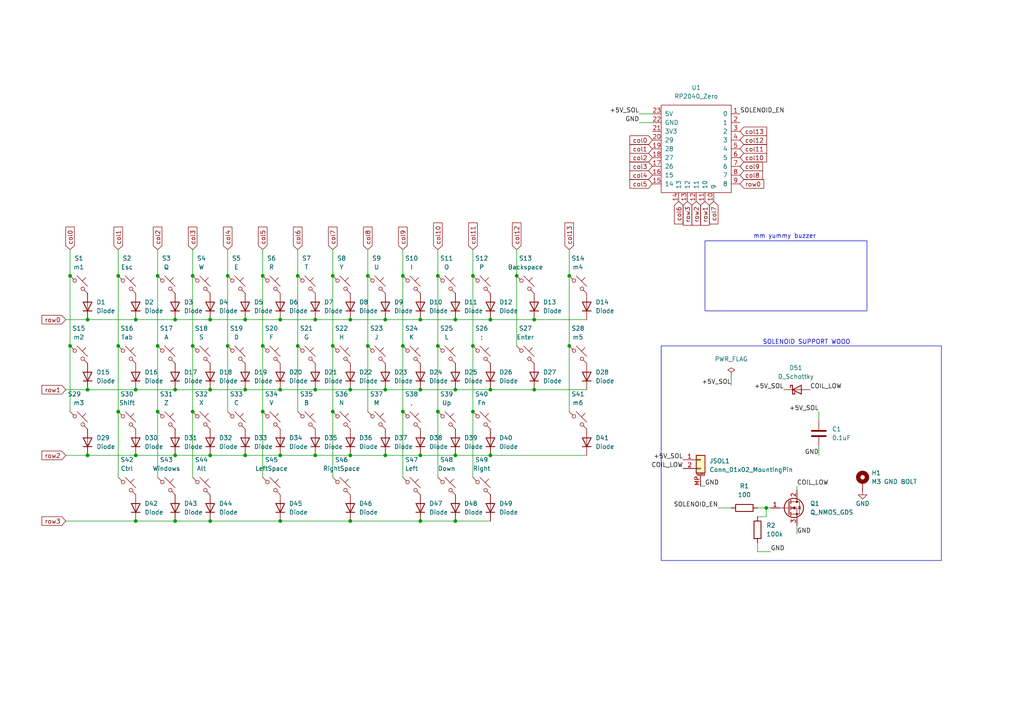
<source format=kicad_sch>
(kicad_sch (version 20250114) (generator "eeschema") (generator_version "9.0")
  (paper "A4")
  (rectangle (start 191.77 100.33) (end 273.05 162.56))
  (rectangle (start 204.47 69.85) (end 251.46 90.17))
  (text "mm yummy buzzer\n" (at 227.584 68.58 0) (effects (font (size 1.27 1.27))))
  (text "SOLENOID SUPPORT WOOO\n" (at 233.934 99.314 0) (effects (font (size 1.27 1.27))))
  (junction (at 45.72 119.38))
  (junction (at 149.86 80.01))
  (junction (at 106.68 100.33))
  (junction (at 121.92 132.08))
  (junction (at 137.16 80.01))
  (junction (at 91.44 113.03))
  (junction (at 81.28 132.08))
  (junction (at 96.52 100.33))
  (junction (at 39.37 92.71))
  (junction (at 132.08 113.03))
  (junction (at 132.08 92.71))
  (junction (at 50.8 113.03))
  (junction (at 116.84 119.38))
  (junction (at 39.37 132.08))
  (junction (at 86.36 100.33))
  (junction (at 154.94 113.03))
  (junction (at 111.76 92.71))
  (junction (at 127 100.33))
  (junction (at 132.08 151.13))
  (junction (at 101.6 113.03))
  (junction (at 111.76 132.08))
  (junction (at 20.32 100.33))
  (junction (at 71.12 92.71))
  (junction (at 34.29 119.38))
  (junction (at 76.2 100.33))
  (junction (at 132.08 132.08))
  (junction (at 55.88 119.38))
  (junction (at 165.1 100.33))
  (junction (at 34.29 80.01))
  (junction (at 50.8 132.08))
  (junction (at 127 119.38))
  (junction (at 45.72 80.01))
  (junction (at 142.24 113.03))
  (junction (at 137.16 119.38))
  (junction (at 121.92 92.71))
  (junction (at 91.44 132.08))
  (junction (at 96.52 119.38))
  (junction (at 76.2 80.01))
  (junction (at 101.6 92.71))
  (junction (at 25.4 113.03))
  (junction (at 55.88 100.33))
  (junction (at 50.8 92.71))
  (junction (at 76.2 119.38))
  (junction (at 154.94 92.71))
  (junction (at 101.6 132.08))
  (junction (at 127 80.01))
  (junction (at 60.96 113.03))
  (junction (at 101.6 151.13))
  (junction (at 137.16 100.33))
  (junction (at 20.32 80.01))
  (junction (at 121.92 151.13))
  (junction (at 91.44 92.71))
  (junction (at 55.88 80.01))
  (junction (at 142.24 132.08))
  (junction (at 66.04 100.33))
  (junction (at 86.36 80.01))
  (junction (at 25.4 92.71))
  (junction (at 60.96 132.08))
  (junction (at 60.96 92.71))
  (junction (at 71.12 113.03))
  (junction (at 60.96 151.13))
  (junction (at 39.37 151.13))
  (junction (at 116.84 80.01))
  (junction (at 45.72 100.33))
  (junction (at 39.37 113.03))
  (junction (at 106.68 80.01))
  (junction (at 121.92 113.03))
  (junction (at 222.25 147.32))
  (junction (at 111.76 113.03))
  (junction (at 81.28 151.13))
  (junction (at 81.28 92.71))
  (junction (at 81.28 113.03))
  (junction (at 66.04 80.01))
  (junction (at 96.52 80.01))
  (junction (at 142.24 92.71))
  (junction (at 25.4 132.08))
  (junction (at 165.1 80.01))
  (junction (at 116.84 100.33))
  (junction (at 50.8 151.13))
  (junction (at 71.12 132.08))
  (junction (at 34.29 100.33))
  (wire (pts (xy 50.8 151.13) (xy 60.96 151.13)))
  (wire (pts (xy 101.6 151.13) (xy 121.92 151.13)))
  (wire (pts (xy 137.16 100.33) (xy 137.16 119.38)))
  (wire (pts (xy 165.1 72.39) (xy 165.1 80.01)))
  (wire (pts (xy 19.05 151.13) (xy 39.37 151.13)))
  (wire (pts (xy 66.04 72.39) (xy 66.04 80.01)))
  (wire (pts (xy 76.2 80.01) (xy 76.2 100.33)))
  (wire (pts (xy 71.12 92.71) (xy 81.28 92.71)))
  (wire (pts (xy 19.05 132.08) (xy 25.4 132.08)))
  (wire (pts (xy 39.37 113.03) (xy 50.8 113.03)))
  (wire (pts (xy 185.42 35.56) (xy 189.23 35.56)))
  (wire (pts (xy 96.52 100.33) (xy 96.52 119.38)))
  (wire (pts (xy 132.08 113.03) (xy 142.24 113.03)))
  (wire (pts (xy 137.16 72.39) (xy 137.16 80.01)))
  (wire (pts (xy 34.29 72.39) (xy 34.29 80.01)))
  (wire (pts (xy 222.25 147.32) (xy 223.52 147.32)))
  (wire (pts (xy 25.4 92.71) (xy 39.37 92.71)))
  (wire (pts (xy 96.52 80.01) (xy 96.52 100.33)))
  (wire (pts (xy 81.28 132.08) (xy 91.44 132.08)))
  (wire (pts (xy 71.12 132.08) (xy 81.28 132.08)))
  (wire (pts (xy 127 80.01) (xy 127 100.33)))
  (wire (pts (xy 237.49 129.54) (xy 237.49 132.08)))
  (wire (pts (xy 45.72 80.01) (xy 45.72 100.33)))
  (wire (pts (xy 116.84 80.01) (xy 116.84 100.33)))
  (wire (pts (xy 101.6 132.08) (xy 111.76 132.08)))
  (wire (pts (xy 132.08 132.08) (xy 142.24 132.08)))
  (wire (pts (xy 34.29 119.38) (xy 34.29 138.43)))
  (wire (pts (xy 219.71 147.32) (xy 222.25 147.32)))
  (wire (pts (xy 212.09 109.22) (xy 212.09 111.76)))
  (wire (pts (xy 208.28 147.32) (xy 212.09 147.32)))
  (wire (pts (xy 34.29 80.01) (xy 34.29 100.33)))
  (wire (pts (xy 101.6 113.03) (xy 111.76 113.03)))
  (wire (pts (xy 91.44 132.08) (xy 101.6 132.08)))
  (wire (pts (xy 127 72.39) (xy 127 80.01)))
  (wire (pts (xy 60.96 92.71) (xy 71.12 92.71)))
  (wire (pts (xy 106.68 100.33) (xy 106.68 119.38)))
  (wire (pts (xy 20.32 80.01) (xy 20.32 100.33)))
  (wire (pts (xy 149.86 80.01) (xy 149.86 100.33)))
  (wire (pts (xy 71.12 113.03) (xy 81.28 113.03)))
  (wire (pts (xy 137.16 80.01) (xy 137.16 100.33)))
  (wire (pts (xy 142.24 132.08) (xy 170.18 132.08)))
  (wire (pts (xy 66.04 100.33) (xy 66.04 119.38)))
  (wire (pts (xy 111.76 92.71) (xy 121.92 92.71)))
  (wire (pts (xy 231.14 154.94) (xy 231.14 152.4)))
  (wire (pts (xy 81.28 113.03) (xy 91.44 113.03)))
  (wire (pts (xy 185.42 33.02) (xy 189.23 33.02)))
  (wire (pts (xy 39.37 132.08) (xy 50.8 132.08)))
  (wire (pts (xy 86.36 100.33) (xy 86.36 119.38)))
  (wire (pts (xy 101.6 92.71) (xy 111.76 92.71)))
  (wire (pts (xy 60.96 113.03) (xy 71.12 113.03)))
  (wire (pts (xy 66.04 80.01) (xy 66.04 100.33)))
  (wire (pts (xy 219.71 149.86) (xy 222.25 149.86)))
  (wire (pts (xy 45.72 119.38) (xy 45.72 138.43)))
  (wire (pts (xy 20.32 72.39) (xy 20.32 80.01)))
  (wire (pts (xy 96.52 72.39) (xy 96.52 80.01)))
  (wire (pts (xy 60.96 132.08) (xy 71.12 132.08)))
  (wire (pts (xy 132.08 151.13) (xy 142.24 151.13)))
  (wire (pts (xy 154.94 113.03) (xy 170.18 113.03)))
  (wire (pts (xy 204.47 140.97) (xy 203.2 140.97)))
  (wire (pts (xy 127 119.38) (xy 127 138.43)))
  (wire (pts (xy 50.8 132.08) (xy 60.96 132.08)))
  (wire (pts (xy 55.88 80.01) (xy 55.88 100.33)))
  (wire (pts (xy 55.88 119.38) (xy 55.88 138.43)))
  (wire (pts (xy 25.4 132.08) (xy 39.37 132.08)))
  (wire (pts (xy 154.94 92.71) (xy 170.18 92.71)))
  (wire (pts (xy 34.29 100.33) (xy 34.29 119.38)))
  (wire (pts (xy 81.28 92.71) (xy 91.44 92.71)))
  (wire (pts (xy 149.86 72.39) (xy 149.86 80.01)))
  (wire (pts (xy 76.2 100.33) (xy 76.2 119.38)))
  (wire (pts (xy 219.71 157.48) (xy 219.71 160.02)))
  (wire (pts (xy 132.08 92.71) (xy 142.24 92.71)))
  (wire (pts (xy 116.84 100.33) (xy 116.84 119.38)))
  (wire (pts (xy 142.24 92.71) (xy 154.94 92.71)))
  (wire (pts (xy 121.92 132.08) (xy 132.08 132.08)))
  (wire (pts (xy 39.37 92.71) (xy 50.8 92.71)))
  (wire (pts (xy 111.76 132.08) (xy 121.92 132.08)))
  (wire (pts (xy 50.8 113.03) (xy 60.96 113.03)))
  (wire (pts (xy 19.05 113.03) (xy 25.4 113.03)))
  (wire (pts (xy 237.49 119.38) (xy 237.49 121.92)))
  (wire (pts (xy 60.96 151.13) (xy 81.28 151.13)))
  (wire (pts (xy 76.2 119.38) (xy 76.2 138.43)))
  (wire (pts (xy 91.44 92.71) (xy 101.6 92.71)))
  (wire (pts (xy 219.71 160.02) (xy 223.52 160.02)))
  (wire (pts (xy 86.36 80.01) (xy 86.36 100.33)))
  (wire (pts (xy 231.14 140.97) (xy 231.14 142.24)))
  (wire (pts (xy 91.44 113.03) (xy 101.6 113.03)))
  (wire (pts (xy 165.1 80.01) (xy 165.1 100.33)))
  (wire (pts (xy 165.1 100.33) (xy 165.1 119.38)))
  (wire (pts (xy 127 100.33) (xy 127 119.38)))
  (wire (pts (xy 39.37 151.13) (xy 50.8 151.13)))
  (wire (pts (xy 121.92 113.03) (xy 132.08 113.03)))
  (wire (pts (xy 25.4 113.03) (xy 39.37 113.03)))
  (wire (pts (xy 45.72 100.33) (xy 45.72 119.38)))
  (wire (pts (xy 50.8 92.71) (xy 60.96 92.71)))
  (wire (pts (xy 45.72 72.39) (xy 45.72 80.01)))
  (wire (pts (xy 106.68 72.39) (xy 106.68 80.01)))
  (wire (pts (xy 121.92 151.13) (xy 132.08 151.13)))
  (wire (pts (xy 121.92 92.71) (xy 132.08 92.71)))
  (wire (pts (xy 116.84 72.39) (xy 116.84 80.01)))
  (wire (pts (xy 222.25 149.86) (xy 222.25 147.32)))
  (wire (pts (xy 19.05 92.71) (xy 25.4 92.71)))
  (wire (pts (xy 111.76 113.03) (xy 121.92 113.03)))
  (wire (pts (xy 86.36 72.39) (xy 86.36 80.01)))
  (wire (pts (xy 116.84 119.38) (xy 116.84 138.43)))
  (wire (pts (xy 55.88 100.33) (xy 55.88 119.38)))
  (wire (pts (xy 76.2 72.39) (xy 76.2 80.01)))
  (wire (pts (xy 142.24 113.03) (xy 154.94 113.03)))
  (wire (pts (xy 20.32 100.33) (xy 20.32 119.38)))
  (wire (pts (xy 55.88 72.39) (xy 55.88 80.01)))
  (wire (pts (xy 137.16 119.38) (xy 137.16 138.43)))
  (wire (pts (xy 81.28 151.13) (xy 101.6 151.13)))
  (wire (pts (xy 96.52 119.38) (xy 96.52 138.43)))
  (wire (pts (xy 106.68 80.01) (xy 106.68 100.33)))
  (label "+5V_SOL" (at 227.33 113.03 180))
  (label "COIL_LOW" (at 234.95 113.03 0))
  (label "COIL_LOW" (at 198.12 135.89 180))
  (label "GND" (at 204.47 140.97 0))
  (label "GND" (at 231.14 154.94 0))
  (label "SOLENOID_EN" (at 208.28 147.32 180))
  (label "+5V_SOL" (at 185.42 33.02 180))
  (label "SOLENOID_EN" (at 214.63 33.02 0))
  (label "+5V_SOL" (at 198.12 133.35 180))
  (label "GND" (at 223.52 160.02 0))
  (label "GND" (at 237.49 132.08 180))
  (label "GND" (at 185.42 35.56 180))
  (label "+5V_SOL" (at 237.49 119.38 180))
  (label "COIL_LOW" (at 231.14 140.97 0))
  (label "+5V_SOL" (at 212.09 111.76 180))
  (global_label "col1" (shape input) (at 189.23 43.18 180) (property "Intersheetrefs" "${INTERSHEET_REFS}" (effects (hide yes))))
  (global_label "row3" (shape input) (at 199.39 58.42 270) (property "Intersheetrefs" "${INTERSHEET_REFS}" (effects (hide yes))))
  (global_label "col0" (shape input) (at 189.23 40.64 180) (property "Intersheetrefs" "${INTERSHEET_REFS}" (effects (hide yes))))
  (global_label "col8" (shape input) (at 106.68 72.39 90) (property "Intersheetrefs" "${INTERSHEET_REFS}" (effects (hide yes))))
  (global_label "col12" (shape input) (at 214.63 40.64 0) (property "Intersheetrefs" "${INTERSHEET_REFS}" (effects (hide yes))))
  (global_label "col4" (shape input) (at 189.23 50.8 180) (property "Intersheetrefs" "${INTERSHEET_REFS}" (effects (hide yes))))
  (global_label "row3" (shape input) (at 19.05 151.13 180) (property "Intersheetrefs" "${INTERSHEET_REFS}" (effects (hide yes))))
  (global_label "col6" (shape input) (at 196.85 58.42 270) (property "Intersheetrefs" "${INTERSHEET_REFS}" (effects (hide yes))))
  (global_label "row0" (shape input) (at 214.63 53.34 0) (property "Intersheetrefs" "${INTERSHEET_REFS}" (effects (hide yes))))
  (global_label "col6" (shape input) (at 86.36 72.39 90) (property "Intersheetrefs" "${INTERSHEET_REFS}" (effects (hide yes))))
  (global_label "col7" (shape input) (at 207.01 58.42 270) (property "Intersheetrefs" "${INTERSHEET_REFS}" (effects (hide yes))))
  (global_label "row0" (shape input) (at 19.05 92.71 180) (property "Intersheetrefs" "${INTERSHEET_REFS}" (effects (hide yes))))
  (global_label "col10" (shape input) (at 214.63 45.72 0) (property "Intersheetrefs" "${INTERSHEET_REFS}" (effects (hide yes))))
  (global_label "col10" (shape input) (at 127 72.39 90) (property "Intersheetrefs" "${INTERSHEET_REFS}" (effects (hide yes))))
  (global_label "col8" (shape input) (at 214.63 50.8 0) (property "Intersheetrefs" "${INTERSHEET_REFS}" (effects (hide yes))))
  (global_label "col13" (shape input) (at 165.1 72.39 90) (property "Intersheetrefs" "${INTERSHEET_REFS}" (effects (hide yes))))
  (global_label "col3" (shape input) (at 55.88 72.39 90) (property "Intersheetrefs" "${INTERSHEET_REFS}" (effects (hide yes))))
  (global_label "col13" (shape input) (at 214.63 38.1 0) (property "Intersheetrefs" "${INTERSHEET_REFS}" (effects (hide yes))))
  (global_label "col9" (shape input) (at 116.84 72.39 90) (property "Intersheetrefs" "${INTERSHEET_REFS}" (effects (hide yes))))
  (global_label "col5" (shape input) (at 189.23 53.34 180) (property "Intersheetrefs" "${INTERSHEET_REFS}" (effects (hide yes))))
  (global_label "col3" (shape input) (at 189.23 48.26 180) (property "Intersheetrefs" "${INTERSHEET_REFS}" (effects (hide yes))))
  (global_label "row2" (shape input) (at 19.05 132.08 180) (property "Intersheetrefs" "${INTERSHEET_REFS}" (effects (hide yes))))
  (global_label "col4" (shape input) (at 66.04 72.39 90) (property "Intersheetrefs" "${INTERSHEET_REFS}" (effects (hide yes))))
  (global_label "col1" (shape input) (at 34.29 72.39 90) (property "Intersheetrefs" "${INTERSHEET_REFS}" (effects (hide yes))))
  (global_label "col0" (shape input) (at 20.32 72.39 90) (property "Intersheetrefs" "${INTERSHEET_REFS}" (effects (hide yes))))
  (global_label "row2" (shape input) (at 201.93 58.42 270) (property "Intersheetrefs" "${INTERSHEET_REFS}" (effects (hide yes))))
  (global_label "col11" (shape input) (at 214.63 43.18 0) (property "Intersheetrefs" "${INTERSHEET_REFS}" (effects (hide yes))))
  (global_label "row1" (shape input) (at 19.05 113.03 180) (property "Intersheetrefs" "${INTERSHEET_REFS}" (effects (hide yes))))
  (global_label "col12" (shape input) (at 149.86 72.39 90) (property "Intersheetrefs" "${INTERSHEET_REFS}" (effects (hide yes))))
  (global_label "col2" (shape input) (at 189.23 45.72 180) (property "Intersheetrefs" "${INTERSHEET_REFS}" (effects (hide yes))))
  (global_label "col5" (shape input) (at 76.2 72.39 90) (property "Intersheetrefs" "${INTERSHEET_REFS}" (effects (hide yes))))
  (global_label "row1" (shape input) (at 204.47 58.42 270) (property "Intersheetrefs" "${INTERSHEET_REFS}" (effects (hide yes))))
  (global_label "col11" (shape input) (at 137.16 72.39 90) (property "Intersheetrefs" "${INTERSHEET_REFS}" (effects (hide yes))))
  (global_label "col7" (shape input) (at 96.52 72.39 90) (property "Intersheetrefs" "${INTERSHEET_REFS}" (effects (hide yes))))
  (global_label "col2" (shape input) (at 45.72 72.39 90) (property "Intersheetrefs" "${INTERSHEET_REFS}" (effects (hide yes))))
  (global_label "col9" (shape input) (at 214.63 48.26 0) (property "Intersheetrefs" "${INTERSHEET_REFS}" (effects (hide yes))))
  (symbol (lib_id "ScottoKeebs:Placeholder_Diode") (at 121.92 128.27 90) (unit 1)
    (property "Reference" "D38" (at 124.46 127 90) (effects (justify right)))
    (property "Value" "Diode" (at 124.46 129.54 90) (effects (justify right)))
    (property "Footprint" "Diode_SMD:D_SOD-123" (effects (hide yes)))
    (property "Description" "1N4148 (DO-35) or 1N4148W (SOD-123)" (effects (hide yes)))
    (property "Sim.Device" "D" (effects (hide yes)))
    (property "Sim.Pins" "1=K 2=A" (effects (hide yes)))
  )
  (symbol (lib_id "ScottoKeebs:Placeholder_Keyswitch") (at 119.38 121.92 0) (unit 1)
    (property "Reference" "S38" (at 119.38 114.3 0))
    (property "Value" "," (at 119.38 116.84 0))
    (property "Footprint" "Button_Switch_Keyboard:SW_Cherry_MX_1.00u_PCB" (effects (hide yes)))
    (property "Description" "Push button switch, normally open, two pins, 45° tilted" (effects (hide yes)))
  )
  (symbol (lib_id "ScottoKeebs:Placeholder_Diode") (at 71.12 128.27 90) (unit 1)
    (property "Reference" "D33" (at 73.66 127 90) (effects (justify right)))
    (property "Value" "Diode" (at 73.66 129.54 90) (effects (justify right)))
    (property "Footprint" "Diode_SMD:D_SOD-123" (effects (hide yes)))
    (property "Description" "1N4148 (DO-35) or 1N4148W (SOD-123)" (effects (hide yes)))
    (property "Sim.Device" "D" (effects (hide yes)))
    (property "Sim.Pins" "1=K 2=A" (effects (hide yes)))
  )
  (symbol (lib_id "ScottoKeebs:Placeholder_Keyswitch") (at 36.83 140.97 0) (unit 1)
    (property "Reference" "S42" (at 36.83 133.35 0))
    (property "Value" "Ctrl" (at 36.83 135.89 0))
    (property "Footprint" "Button_Switch_Keyboard:SW_Cherry_MX_1.00u_PCB" (effects (hide yes)))
    (property "Description" "Push button switch, normally open, two pins, 45° tilted" (effects (hide yes)))
  )
  (symbol (lib_id "ScottoKeebs:Placeholder_Keyswitch") (at 139.7 102.87 0) (unit 1)
    (property "Reference" "S26" (at 139.7 95.25 0))
    (property "Value" ";" (at 139.7 97.79 0))
    (property "Footprint" "Button_Switch_Keyboard:SW_Cherry_MX_1.00u_PCB" (effects (hide yes)))
    (property "Description" "Push button switch, normally open, two pins, 45° tilted" (effects (hide yes)))
  )
  (symbol (lib_id "ScottoKeebs:Placeholder_Diode") (at 25.4 88.9 90) (unit 1)
    (property "Reference" "D1" (at 27.94 87.63 90) (effects (justify right)))
    (property "Value" "Diode" (at 27.94 90.17 90) (effects (justify right)))
    (property "Footprint" "Diode_SMD:D_SOD-123" (effects (hide yes)))
    (property "Description" "1N4148 (DO-35) or 1N4148W (SOD-123)" (effects (hide yes)))
    (property "Sim.Device" "D" (effects (hide yes)))
    (property "Sim.Pins" "1=K 2=A" (effects (hide yes)))
  )
  (symbol (lib_id "ScottoKeebs:Placeholder_Keyswitch") (at 36.83 82.55 0) (unit 1)
    (property "Reference" "S2" (at 36.83 74.93 0))
    (property "Value" "Esc" (at 36.83 77.47 0))
    (property "Footprint" "Button_Switch_Keyboard:SW_Cherry_MX_1.00u_PCB" (effects (hide yes)))
    (property "Description" "Push button switch, normally open, two pins, 45° tilted" (effects (hide yes)))
  )
  (symbol (lib_id "ScottoKeebs:Placeholder_Keyswitch") (at 22.86 121.92 0) (unit 1)
    (property "Reference" "S29" (at 21.59 114.3 0))
    (property "Value" "m3" (at 22.86 116.84 0))
    (property "Footprint" "Button_Switch_Keyboard:SW_Cherry_MX_1.00u_PCB" (effects (hide yes)))
    (property "Description" "Push button switch, normally open, two pins, 45° tilted" (effects (hide yes)))
  )
  (symbol (lib_id "ScottoKeebs:Placeholder_Keyswitch") (at 129.54 102.87 0) (unit 1)
    (property "Reference" "S25" (at 129.54 95.25 0))
    (property "Value" "L" (at 129.54 97.79 0))
    (property "Footprint" "Button_Switch_Keyboard:SW_Cherry_MX_1.00u_PCB" (effects (hide yes)))
    (property "Description" "Push button switch, normally open, two pins, 45° tilted" (effects (hide yes)))
  )
  (symbol (lib_id "ScottoKeebs:Placeholder_Diode") (at 39.37 88.9 90) (unit 1)
    (property "Reference" "D2" (at 41.91 87.63 90) (effects (justify right)))
    (property "Value" "Diode" (at 41.91 90.17 90) (effects (justify right)))
    (property "Footprint" "Diode_SMD:D_SOD-123" (effects (hide yes)))
    (property "Description" "1N4148 (DO-35) or 1N4148W (SOD-123)" (effects (hide yes)))
    (property "Sim.Device" "D" (effects (hide yes)))
    (property "Sim.Pins" "1=K 2=A" (effects (hide yes)))
  )
  (symbol (lib_id "ScottoKeebs:Placeholder_Keyswitch") (at 78.74 102.87 0) (unit 1)
    (property "Reference" "S20" (at 78.74 95.25 0))
    (property "Value" "F" (at 78.74 97.79 0))
    (property "Footprint" "Button_Switch_Keyboard:SW_Cherry_MX_1.00u_PCB" (effects (hide yes)))
    (property "Description" "Push button switch, normally open, two pins, 45° tilted" (effects (hide yes)))
  )
  (symbol (lib_id "ScottoKeebs:Placeholder_Keyswitch") (at 119.38 102.87 0) (unit 1)
    (property "Reference" "S24" (at 119.38 95.25 0))
    (property "Value" "K" (at 119.38 97.79 0))
    (property "Footprint" "Button_Switch_Keyboard:SW_Cherry_MX_1.00u_PCB" (effects (hide yes)))
    (property "Description" "Push button switch, normally open, two pins, 45° tilted" (effects (hide yes)))
  )
  (symbol (lib_id "power:GND") (at 250.19 142.24 0) (unit 1)
    (property "Reference" "#PWR01" (effects (hide yes)))
    (property "Value" "GND" (at 250.19 146.05 0))
    (property "Description" "Power symbol creates a global label with name \"GND\" , ground" (effects (hide yes)))
  )
  (symbol (lib_id "ScottoKeebs:Placeholder_Keyswitch") (at 22.86 102.87 0) (unit 1)
    (property "Reference" "S15" (at 22.86 95.25 0))
    (property "Value" "m2" (at 22.86 97.79 0))
    (property "Footprint" "Button_Switch_Keyboard:SW_Cherry_MX_1.00u_PCB" (effects (hide yes)))
    (property "Description" "Push button switch, normally open, two pins, 45° tilted" (effects (hide yes)))
  )
  (symbol (lib_id "ScottoKeebs:Placeholder_Keyswitch") (at 167.64 82.55 0) (unit 1)
    (property "Reference" "S14" (at 167.64 74.93 0))
    (property "Value" "m4" (at 167.64 77.47 0))
    (property "Footprint" "Button_Switch_Keyboard:SW_Cherry_MX_1.00u_PCB" (effects (hide yes)))
    (property "Description" "Push button switch, normally open, two pins, 45° tilted" (effects (hide yes)))
  )
  (symbol (lib_id "ScottoKeebs:Placeholder_Diode") (at 50.8 109.22 90) (unit 1)
    (property "Reference" "D17" (at 53.34 107.95 90) (effects (justify right)))
    (property "Value" "Diode" (at 53.34 110.49 90) (effects (justify right)))
    (property "Footprint" "Diode_SMD:D_SOD-123" (effects (hide yes)))
    (property "Description" "1N4148 (DO-35) or 1N4148W (SOD-123)" (effects (hide yes)))
    (property "Sim.Device" "D" (effects (hide yes)))
    (property "Sim.Pins" "1=K 2=A" (effects (hide yes)))
  )
  (symbol (lib_id "ScottoKeebs:Placeholder_Diode") (at 154.94 88.9 90) (unit 1)
    (property "Reference" "D13" (at 157.48 87.63 90) (effects (justify right)))
    (property "Value" "Diode" (at 157.48 90.17 90) (effects (justify right)))
    (property "Footprint" "Diode_SMD:D_SOD-123" (effects (hide yes)))
    (property "Description" "1N4148 (DO-35) or 1N4148W (SOD-123)" (effects (hide yes)))
    (property "Sim.Device" "D" (effects (hide yes)))
    (property "Sim.Pins" "1=K 2=A" (effects (hide yes)))
  )
  (symbol (lib_id "ScottoKeebs:Placeholder_Keyswitch") (at 48.26 82.55 0) (unit 1)
    (property "Reference" "S3" (at 48.26 74.93 0))
    (property "Value" "Q" (at 48.26 77.47 0))
    (property "Footprint" "Button_Switch_Keyboard:SW_Cherry_MX_1.00u_PCB" (effects (hide yes)))
    (property "Description" "Push button switch, normally open, two pins, 45° tilted" (effects (hide yes)))
  )
  (symbol (lib_id "ScottoKeebs:Placeholder_Diode") (at 121.92 109.22 90) (unit 1)
    (property "Reference" "D24" (at 124.46 107.95 90) (effects (justify right)))
    (property "Value" "Diode" (at 124.46 110.49 90) (effects (justify right)))
    (property "Footprint" "Diode_SMD:D_SOD-123" (effects (hide yes)))
    (property "Description" "1N4148 (DO-35) or 1N4148W (SOD-123)" (effects (hide yes)))
    (property "Sim.Device" "D" (effects (hide yes)))
    (property "Sim.Pins" "1=K 2=A" (effects (hide yes)))
  )
  (symbol (lib_id "ScottoKeebs:Placeholder_Keyswitch") (at 99.06 82.55 0) (unit 1)
    (property "Reference" "S8" (at 99.06 74.93 0))
    (property "Value" "Y" (at 99.06 77.47 0))
    (property "Footprint" "Button_Switch_Keyboard:SW_Cherry_MX_1.00u_PCB" (effects (hide yes)))
    (property "Description" "Push button switch, normally open, two pins, 45° tilted" (effects (hide yes)))
  )
  (symbol (lib_id "ScottoKeebs:Placeholder_Keyswitch") (at 167.64 121.92 0) (unit 1)
    (property "Reference" "S41" (at 167.64 114.3 0))
    (property "Value" "m6" (at 167.64 116.84 0))
    (property "Footprint" "Button_Switch_Keyboard:SW_Cherry_MX_1.00u_PCB" (effects (hide yes)))
    (property "Description" "Push button switch, normally open, two pins, 45° tilted" (effects (hide yes)))
  )
  (symbol (lib_id "ScottoKeebs:Placeholder_Keyswitch") (at 58.42 140.97 0) (unit 1)
    (property "Reference" "S44" (at 58.42 133.35 0))
    (property "Value" "Alt" (at 58.42 135.89 0))
    (property "Footprint" "Button_Switch_Keyboard:SW_Cherry_MX_1.00u_PCB" (effects (hide yes)))
    (property "Description" "Push button switch, normally open, two pins, 45° tilted" (effects (hide yes)))
  )
  (symbol (lib_id "Transistor_FET:Q_NMOS_GDS") (at 228.6 147.32 0) (unit 1)
    (property "Reference" "Q1" (at 234.95 146.05 0) (effects (justify left)))
    (property "Value" "Q_NMOS_GDS" (at 234.95 148.59 0) (effects (justify left)))
    (property "Footprint" "Package_TO_SOT_THT:TO-220-3_Horizontal_TabDown" (effects (hide yes)))
    (property "Description" "N-MOSFET transistor, gate/drain/source" (effects (hide yes)))
  )
  (symbol (lib_id "ScottoKeebs:Placeholder_Diode") (at 111.76 128.27 90) (unit 1)
    (property "Reference" "D37" (at 114.3 127 90) (effects (justify right)))
    (property "Value" "Diode" (at 114.3 129.54 90) (effects (justify right)))
    (property "Footprint" "Diode_SMD:D_SOD-123" (effects (hide yes)))
    (property "Description" "1N4148 (DO-35) or 1N4148W (SOD-123)" (effects (hide yes)))
    (property "Sim.Device" "D" (effects (hide yes)))
    (property "Sim.Pins" "1=K 2=A" (effects (hide yes)))
  )
  (symbol (lib_id "ScottoKeebs:Placeholder_Diode") (at 60.96 109.22 90) (unit 1)
    (property "Reference" "D18" (at 63.5 107.95 90) (effects (justify right)))
    (property "Value" "Diode" (at 63.5 110.49 90) (effects (justify right)))
    (property "Footprint" "Diode_SMD:D_SOD-123" (effects (hide yes)))
    (property "Description" "1N4148 (DO-35) or 1N4148W (SOD-123)" (effects (hide yes)))
    (property "Sim.Device" "D" (effects (hide yes)))
    (property "Sim.Pins" "1=K 2=A" (effects (hide yes)))
  )
  (symbol (lib_id "ScottoKeebs:Placeholder_Diode") (at 132.08 147.32 90) (unit 1)
    (property "Reference" "D48" (at 134.62 146.05 90) (effects (justify right)))
    (property "Value" "Diode" (at 134.62 148.59 90) (effects (justify right)))
    (property "Footprint" "Diode_SMD:D_SOD-123" (effects (hide yes)))
    (property "Description" "1N4148 (DO-35) or 1N4148W (SOD-123)" (effects (hide yes)))
    (property "Sim.Device" "D" (effects (hide yes)))
    (property "Sim.Pins" "1=K 2=A" (effects (hide yes)))
  )
  (symbol (lib_id "ScottoKeebs:Placeholder_Keyswitch") (at 48.26 121.92 0) (unit 1)
    (property "Reference" "S31" (at 48.26 114.3 0))
    (property "Value" "Z" (at 48.26 116.84 0))
    (property "Footprint" "Button_Switch_Keyboard:SW_Cherry_MX_1.00u_PCB" (effects (hide yes)))
    (property "Description" "Push button switch, normally open, two pins, 45° tilted" (effects (hide yes)))
  )
  (symbol (lib_id "ScottoKeebs:Placeholder_Keyswitch") (at 68.58 82.55 0) (unit 1)
    (property "Reference" "S5" (at 68.58 74.93 0))
    (property "Value" "E" (at 68.58 77.47 0))
    (property "Footprint" "Button_Switch_Keyboard:SW_Cherry_MX_1.00u_PCB" (effects (hide yes)))
    (property "Description" "Push button switch, normally open, two pins, 45° tilted" (effects (hide yes)))
  )
  (symbol (lib_id "ScottoKeebs:Placeholder_Diode") (at 154.94 109.22 90) (unit 1)
    (property "Reference" "D27" (at 157.48 107.95 90) (effects (justify right)))
    (property "Value" "Diode" (at 157.48 110.49 90) (effects (justify right)))
    (property "Footprint" "Diode_SMD:D_SOD-123" (effects (hide yes)))
    (property "Description" "1N4148 (DO-35) or 1N4148W (SOD-123)" (effects (hide yes)))
    (property "Sim.Device" "D" (effects (hide yes)))
    (property "Sim.Pins" "1=K 2=A" (effects (hide yes)))
  )
  (symbol (lib_id "ScottoKeebs:Placeholder_Diode") (at 91.44 88.9 90) (unit 1)
    (property "Reference" "D7" (at 93.98 87.63 90) (effects (justify right)))
    (property "Value" "Diode" (at 93.98 90.17 90) (effects (justify right)))
    (property "Footprint" "Diode_SMD:D_SOD-123" (effects (hide yes)))
    (property "Description" "1N4148 (DO-35) or 1N4148W (SOD-123)" (effects (hide yes)))
    (property "Sim.Device" "D" (effects (hide yes)))
    (property "Sim.Pins" "1=K 2=A" (effects (hide yes)))
  )
  (symbol (lib_id "ScottoKeebs:Placeholder_Diode") (at 142.24 109.22 90) (unit 1)
    (property "Reference" "D26" (at 144.78 107.95 90) (effects (justify right)))
    (property "Value" "Diode" (at 144.78 110.49 90) (effects (justify right)))
    (property "Footprint" "Diode_SMD:D_SOD-123" (effects (hide yes)))
    (property "Description" "1N4148 (DO-35) or 1N4148W (SOD-123)" (effects (hide yes)))
    (property "Sim.Device" "D" (effects (hide yes)))
    (property "Sim.Pins" "1=K 2=A" (effects (hide yes)))
  )
  (symbol (lib_id "ScottoKeebs:Placeholder_Keyswitch") (at 58.42 82.55 0) (unit 1)
    (property "Reference" "S4" (at 58.42 74.93 0))
    (property "Value" "W" (at 58.42 77.47 0))
    (property "Footprint" "Button_Switch_Keyboard:SW_Cherry_MX_1.00u_PCB" (effects (hide yes)))
    (property "Description" "Push button switch, normally open, two pins, 45° tilted" (effects (hide yes)))
  )
  (symbol (lib_id "Connector_Generic_MountingPin:Conn_01x02_MountingPin") (at 203.2 133.35 0) (unit 1)
    (property "Reference" "JSOL1" (at 205.74 133.7056 0) (effects (justify left)))
    (property "Value" "Conn_01x02_MountingPin" (at 205.74 136.2456 0) (effects (justify left)))
    (property "Description" "Generic connectable mounting pin connector, single row, 01x02, script generated (kicad-library-utils/schlib/autogen/connector/)" (effects (hide yes)))
  )
  (symbol (lib_id "ScottoKeebs:Placeholder_Keyswitch") (at 129.54 82.55 0) (unit 1)
    (property "Reference" "S11" (at 129.54 74.93 0))
    (property "Value" "O" (at 129.54 77.47 0))
    (property "Footprint" "Button_Switch_Keyboard:SW_Cherry_MX_1.00u_PCB" (effects (hide yes)))
    (property "Description" "Push button switch, normally open, two pins, 45° tilted" (effects (hide yes)))
  )
  (symbol (lib_id "ScottoKeebs:Placeholder_Diode") (at 39.37 128.27 90) (unit 1)
    (property "Reference" "D30" (at 41.91 127 90) (effects (justify right)))
    (property "Value" "Diode" (at 41.91 129.54 90) (effects (justify right)))
    (property "Footprint" "Diode_SMD:D_SOD-123" (effects (hide yes)))
    (property "Description" "1N4148 (DO-35) or 1N4148W (SOD-123)" (effects (hide yes)))
    (property "Sim.Device" "D" (effects (hide yes)))
    (property "Sim.Pins" "1=K 2=A" (effects (hide yes)))
  )
  (symbol (lib_id "ScottoKeebs:Placeholder_Keyswitch") (at 68.58 121.92 0) (unit 1)
    (property "Reference" "S33" (at 68.58 114.3 0))
    (property "Value" "C" (at 68.58 116.84 0))
    (property "Footprint" "Button_Switch_Keyboard:SW_Cherry_MX_1.00u_PCB" (effects (hide yes)))
    (property "Description" "Push button switch, normally open, two pins, 45° tilted" (effects (hide yes)))
  )
  (symbol (lib_id "ScottoKeebs:Placeholder_Diode") (at 132.08 109.22 90) (unit 1)
    (property "Reference" "D25" (at 134.62 107.95 90) (effects (justify right)))
    (property "Value" "Diode" (at 134.62 110.49 90) (effects (justify right)))
    (property "Footprint" "Diode_SMD:D_SOD-123" (effects (hide yes)))
    (property "Description" "1N4148 (DO-35) or 1N4148W (SOD-123)" (effects (hide yes)))
    (property "Sim.Device" "D" (effects (hide yes)))
    (property "Sim.Pins" "1=K 2=A" (effects (hide yes)))
  )
  (symbol (lib_id "Device:C") (at 237.49 125.73 180) (unit 1)
    (property "Reference" "C1" (at 241.3 124.46 0) (effects (justify right)))
    (property "Value" "0.1uF" (at 241.3 127 0) (effects (justify right)))
    (property "Footprint" "Capacitor_SMD:C_0805_2012Metric" (effects (hide yes)))
    (property "Description" "Unpolarized capacitor" (effects (hide yes)))
  )
  (symbol (lib_id "ScottoKeebs:Placeholder_Keyswitch") (at 119.38 140.97 0) (unit 1)
    (property "Reference" "S47" (at 119.38 133.35 0))
    (property "Value" "Left" (at 119.38 135.89 0))
    (property "Footprint" "Button_Switch_Keyboard:SW_Cherry_MX_1.00u_PCB" (effects (hide yes)))
    (property "Description" "Push button switch, normally open, two pins, 45° tilted" (effects (hide yes)))
  )
  (symbol (lib_id "ScottoKeebs:Placeholder_Keyswitch") (at 58.42 121.92 0) (unit 1)
    (property "Reference" "S32" (at 58.42 114.3 0))
    (property "Value" "X" (at 58.42 116.84 0))
    (property "Footprint" "Button_Switch_Keyboard:SW_Cherry_MX_1.00u_PCB" (effects (hide yes)))
    (property "Description" "Push button switch, normally open, two pins, 45° tilted" (effects (hide yes)))
  )
  (symbol (lib_id "ScottoKeebs:Placeholder_Diode") (at 111.76 88.9 90) (unit 1)
    (property "Reference" "D9" (at 114.3 87.63 90) (effects (justify right)))
    (property "Value" "Diode" (at 114.3 90.17 90) (effects (justify right)))
    (property "Footprint" "Diode_SMD:D_SOD-123" (effects (hide yes)))
    (property "Description" "1N4148 (DO-35) or 1N4148W (SOD-123)" (effects (hide yes)))
    (property "Sim.Device" "D" (effects (hide yes)))
    (property "Sim.Pins" "1=K 2=A" (effects (hide yes)))
  )
  (symbol (lib_id "ScottoKeebs:Placeholder_Keyswitch") (at 68.58 102.87 0) (unit 1)
    (property "Reference" "S19" (at 68.58 95.25 0))
    (property "Value" "D" (at 68.58 97.79 0))
    (property "Footprint" "Button_Switch_Keyboard:SW_Cherry_MX_1.00u_PCB" (effects (hide yes)))
    (property "Description" "Push button switch, normally open, two pins, 45° tilted" (effects (hide yes)))
  )
  (symbol (lib_id "ScottoKeebs:Placeholder_Keyswitch") (at 88.9 102.87 0) (unit 1)
    (property "Reference" "S21" (at 88.9 95.25 0))
    (property "Value" "G" (at 88.9 97.79 0))
    (property "Footprint" "Button_Switch_Keyboard:SW_Cherry_MX_1.00u_PCB" (effects (hide yes)))
    (property "Description" "Push button switch, normally open, two pins, 45° tilted" (effects (hide yes)))
  )
  (symbol (lib_id "ScottoKeebs:Placeholder_Keyswitch") (at 109.22 121.92 0) (unit 1)
    (property "Reference" "S37" (at 109.22 114.3 0))
    (property "Value" "M" (at 109.22 116.84 0))
    (property "Footprint" "Button_Switch_Keyboard:SW_Cherry_MX_1.00u_PCB" (effects (hide yes)))
    (property "Description" "Push button switch, normally open, two pins, 45° tilted" (effects (hide yes)))
  )
  (symbol (lib_id "ScottoKeebs:Placeholder_Keyswitch") (at 48.26 140.97 0) (unit 1)
    (property "Reference" "S43" (at 48.26 133.35 0))
    (property "Value" "Windows" (at 48.26 135.89 0))
    (property "Footprint" "Button_Switch_Keyboard:SW_Cherry_MX_1.00u_PCB" (effects (hide yes)))
    (property "Description" "Push button switch, normally open, two pins, 45° tilted" (effects (hide yes)))
  )
  (symbol (lib_id "ScottoKeebs:Placeholder_Diode") (at 39.37 147.32 90) (unit 1)
    (property "Reference" "D42" (at 41.91 146.05 90) (effects (justify right)))
    (property "Value" "Diode" (at 41.91 148.59 90) (effects (justify right)))
    (property "Footprint" "Diode_SMD:D_SOD-123" (effects (hide yes)))
    (property "Description" "1N4148 (DO-35) or 1N4148W (SOD-123)" (effects (hide yes)))
    (property "Sim.Device" "D" (effects (hide yes)))
    (property "Sim.Pins" "1=K 2=A" (effects (hide yes)))
  )
  (symbol (lib_id "ScottoKeebs:Placeholder_Diode") (at 101.6 128.27 90) (unit 1)
    (property "Reference" "D36" (at 104.14 127 90) (effects (justify right)))
    (property "Value" "Diode" (at 104.14 129.54 90) (effects (justify right)))
    (property "Footprint" "Diode_SMD:D_SOD-123" (effects (hide yes)))
    (property "Description" "1N4148 (DO-35) or 1N4148W (SOD-123)" (effects (hide yes)))
    (property "Sim.Device" "D" (effects (hide yes)))
    (property "Sim.Pins" "1=K 2=A" (effects (hide yes)))
  )
  (symbol (lib_id "ScottoKeebs:Placeholder_Keyswitch") (at 119.38 82.55 0) (unit 1)
    (property "Reference" "S10" (at 119.38 74.93 0))
    (property "Value" "I" (at 119.38 77.47 0))
    (property "Footprint" "Button_Switch_Keyboard:SW_Cherry_MX_1.00u_PCB" (effects (hide yes)))
    (property "Description" "Push button switch, normally open, two pins, 45° tilted" (effects (hide yes)))
  )
  (symbol (lib_id "ScottoKeebs:Placeholder_Diode") (at 25.4 128.27 90) (unit 1)
    (property "Reference" "D29" (at 27.94 127 90) (effects (justify right)))
    (property "Value" "Diode" (at 27.94 129.54 90) (effects (justify right)))
    (property "Footprint" "Diode_SMD:D_SOD-123" (effects (hide yes)))
    (property "Description" "1N4148 (DO-35) or 1N4148W (SOD-123)" (effects (hide yes)))
    (property "Sim.Device" "D" (effects (hide yes)))
    (property "Sim.Pins" "1=K 2=A" (effects (hide yes)))
  )
  (symbol (lib_id "ScottoKeebs:Placeholder_Diode") (at 60.96 147.32 90) (unit 1)
    (property "Reference" "D44" (at 63.5 146.05 90) (effects (justify right)))
    (property "Value" "Diode" (at 63.5 148.59 90) (effects (justify right)))
    (property "Footprint" "Diode_SMD:D_SOD-123" (effects (hide yes)))
    (property "Description" "1N4148 (DO-35) or 1N4148W (SOD-123)" (effects (hide yes)))
    (property "Sim.Device" "D" (effects (hide yes)))
    (property "Sim.Pins" "1=K 2=A" (effects (hide yes)))
  )
  (symbol (lib_id "ScottoKeebs:Placeholder_Keyswitch") (at 109.22 102.87 0) (unit 1)
    (property "Reference" "S23" (at 109.22 95.25 0))
    (property "Value" "J" (at 109.22 97.79 0))
    (property "Footprint" "Button_Switch_Keyboard:SW_Cherry_MX_1.00u_PCB" (effects (hide yes)))
    (property "Description" "Push button switch, normally open, two pins, 45° tilted" (effects (hide yes)))
  )
  (symbol (lib_id "ScottoKeebs:Placeholder_Diode") (at 142.24 128.27 90) (unit 1)
    (property "Reference" "D40" (at 144.78 127 90) (effects (justify right)))
    (property "Value" "Diode" (at 144.78 129.54 90) (effects (justify right)))
    (property "Footprint" "Diode_SMD:D_SOD-123" (effects (hide yes)))
    (property "Description" "1N4148 (DO-35) or 1N4148W (SOD-123)" (effects (hide yes)))
    (property "Sim.Device" "D" (effects (hide yes)))
    (property "Sim.Pins" "1=K 2=A" (effects (hide yes)))
  )
  (symbol (lib_id "ScottoKeebs:Placeholder_Keyswitch") (at 167.64 102.87 0) (unit 1)
    (property "Reference" "S28" (at 167.64 95.25 0))
    (property "Value" "m5" (at 167.64 97.79 0))
    (property "Footprint" "Button_Switch_Keyboard:SW_Cherry_MX_1.00u_PCB" (effects (hide yes)))
    (property "Description" "Push button switch, normally open, two pins, 45° tilted" (effects (hide yes)))
  )
  (symbol (lib_id "ScottoKeebs:Placeholder_Diode") (at 50.8 128.27 90) (unit 1)
    (property "Reference" "D31" (at 53.34 127 90) (effects (justify right)))
    (property "Value" "Diode" (at 53.34 129.54 90) (effects (justify right)))
    (property "Footprint" "Diode_SMD:D_SOD-123" (effects (hide yes)))
    (property "Description" "1N4148 (DO-35) or 1N4148W (SOD-123)" (effects (hide yes)))
    (property "Sim.Device" "D" (effects (hide yes)))
    (property "Sim.Pins" "1=K 2=A" (effects (hide yes)))
  )
  (symbol (lib_id "ScottoKeebs:Placeholder_Diode") (at 91.44 128.27 90) (unit 1)
    (property "Reference" "D35" (at 93.98 127 90) (effects (justify right)))
    (property "Value" "Diode" (at 93.98 129.54 90) (effects (justify right)))
    (property "Footprint" "Diode_SMD:D_SOD-123" (effects (hide yes)))
    (property "Description" "1N4148 (DO-35) or 1N4148W (SOD-123)" (effects (hide yes)))
    (property "Sim.Device" "D" (effects (hide yes)))
    (property "Sim.Pins" "1=K 2=A" (effects (hide yes)))
  )
  (symbol (lib_id "ScottoKeebs:Placeholder_Diode") (at 60.96 88.9 90) (unit 1)
    (property "Reference" "D4" (at 63.5 87.63 90) (effects (justify right)))
    (property "Value" "Diode" (at 63.5 90.17 90) (effects (justify right)))
    (property "Footprint" "Diode_SMD:D_SOD-123" (effects (hide yes)))
    (property "Description" "1N4148 (DO-35) or 1N4148W (SOD-123)" (effects (hide yes)))
    (property "Sim.Device" "D" (effects (hide yes)))
    (property "Sim.Pins" "1=K 2=A" (effects (hide yes)))
  )
  (symbol (lib_id "ScottoKeebs:Placeholder_Diode") (at 101.6 109.22 90) (unit 1)
    (property "Reference" "D22" (at 104.14 107.95 90) (effects (justify right)))
    (property "Value" "Diode" (at 104.14 110.49 90) (effects (justify right)))
    (property "Footprint" "Diode_SMD:D_SOD-123" (effects (hide yes)))
    (property "Description" "1N4148 (DO-35) or 1N4148W (SOD-123)" (effects (hide yes)))
    (property "Sim.Device" "D" (effects (hide yes)))
    (property "Sim.Pins" "1=K 2=A" (effects (hide yes)))
  )
  (symbol (lib_id "ScottoKeebs:Placeholder_Keyswitch") (at 99.06 140.97 0) (unit 1)
    (property "Reference" "S46" (at 99.06 133.35 0))
    (property "Value" "RightSpace" (at 99.06 135.89 0))
    (property "Footprint" "Button_Switch_Keyboard:SW_Cherry_MX_2.75u_PCB" (effects (hide yes)))
    (property "Description" "Push button switch, normally open, two pins, 45° tilted" (effects (hide yes)))
  )
  (symbol (lib_id "Device:D_Schottky") (at 231.14 113.03 0) (unit 1)
    (property "Reference" "D51" (at 230.8225 106.68 0))
    (property "Value" "D_Schottky" (at 230.8225 109.22 0))
    (property "Footprint" "Diode_SMD:D_SOD-123" (effects (hide yes)))
    (property "Description" "Schottky diode" (effects (hide yes)))
  )
  (symbol (lib_id "ScottoKeebs:Placeholder_Diode") (at 101.6 88.9 90) (unit 1)
    (property "Reference" "D8" (at 104.14 87.63 90) (effects (justify right)))
    (property "Value" "Diode" (at 104.14 90.17 90) (effects (justify right)))
    (property "Footprint" "Diode_SMD:D_SOD-123" (effects (hide yes)))
    (property "Description" "1N4148 (DO-35) or 1N4148W (SOD-123)" (effects (hide yes)))
    (property "Sim.Device" "D" (effects (hide yes)))
    (property "Sim.Pins" "1=K 2=A" (effects (hide yes)))
  )
  (symbol (lib_id "ScottoKeebs:MCU_RP2040_Zero") (at 201.93 41.91 0) (unit 1)
    (property "Reference" "U1" (at 201.93 25.4 0))
    (property "Value" "RP2040_Zero" (at 201.93 27.94 0))
    (property "Footprint" "ScottoKeebs_MCU:RP2040_Zero" (effects (hide yes)))
  )
  (symbol (lib_id "ScottoKeebs:Placeholder_Keyswitch") (at 78.74 121.92 0) (unit 1)
    (property "Reference" "S34" (at 78.74 114.3 0))
    (property "Value" "V" (at 78.74 116.84 0))
    (property "Footprint" "Button_Switch_Keyboard:SW_Cherry_MX_1.00u_PCB" (effects (hide yes)))
    (property "Description" "Push button switch, normally open, two pins, 45° tilted" (effects (hide yes)))
  )
  (symbol (lib_id "ScottoKeebs:Placeholder_Diode") (at 39.37 109.22 90) (unit 1)
    (property "Reference" "D16" (at 41.91 107.95 90) (effects (justify right)))
    (property "Value" "Diode" (at 41.91 110.49 90) (effects (justify right)))
    (property "Footprint" "Diode_SMD:D_SOD-123" (effects (hide yes)))
    (property "Description" "1N4148 (DO-35) or 1N4148W (SOD-123)" (effects (hide yes)))
    (property "Sim.Device" "D" (effects (hide yes)))
    (property "Sim.Pins" "1=K 2=A" (effects (hide yes)))
  )
  (symbol (lib_id "ScottoKeebs:Placeholder_Diode") (at 25.4 109.22 90) (unit 1)
    (property "Reference" "D15" (at 27.94 107.95 90) (effects (justify right)))
    (property "Value" "Diode" (at 27.94 110.49 90) (effects (justify right)))
    (property "Footprint" "Diode_SMD:D_SOD-123" (effects (hide yes)))
    (property "Description" "1N4148 (DO-35) or 1N4148W (SOD-123)" (effects (hide yes)))
    (property "Sim.Device" "D" (effects (hide yes)))
    (property "Sim.Pins" "1=K 2=A" (effects (hide yes)))
  )
  (symbol (lib_id "power:PWR_FLAG") (at 212.09 109.22 0) (unit 1)
    (property "Reference" "#FLG01" (effects (hide yes)))
    (property "Value" "PWR_FLAG" (at 212.09 104.14 0))
    (property "Description" "Special symbol for telling ERC where power comes from" (effects (hide yes)))
  )
  (symbol (lib_id "ScottoKeebs:Placeholder_Diode") (at 170.18 128.27 90) (unit 1)
    (property "Reference" "D41" (at 172.72 127 90) (effects (justify right)))
    (property "Value" "Diode" (at 172.72 129.54 90) (effects (justify right)))
    (property "Footprint" "Diode_SMD:D_SOD-123" (effects (hide yes)))
    (property "Description" "1N4148 (DO-35) or 1N4148W (SOD-123)" (effects (hide yes)))
    (property "Sim.Device" "D" (effects (hide yes)))
    (property "Sim.Pins" "1=K 2=A" (effects (hide yes)))
  )
  (symbol (lib_id "ScottoKeebs:Placeholder_Keyswitch") (at 129.54 121.92 0) (unit 1)
    (property "Reference" "S39" (at 129.54 114.3 0))
    (property "Value" "Up" (at 129.54 116.84 0))
    (property "Footprint" "Button_Switch_Keyboard:SW_Cherry_MX_1.00u_PCB" (effects (hide yes)))
    (property "Description" "Push button switch, normally open, two pins, 45° tilted" (effects (hide yes)))
  )
  (symbol (lib_id "ScottoKeebs:Placeholder_Keyswitch") (at 139.7 82.55 0) (unit 1)
    (property "Reference" "S12" (at 139.7 74.93 0))
    (property "Value" "P" (at 139.7 77.47 0))
    (property "Footprint" "Button_Switch_Keyboard:SW_Cherry_MX_1.00u_PCB" (effects (hide yes)))
    (property "Description" "Push button switch, normally open, two pins, 45° tilted" (effects (hide yes)))
  )
  (symbol (lib_id "ScottoKeebs:Placeholder_Diode") (at 101.6 147.32 90) (unit 1)
    (property "Reference" "D46" (at 104.14 146.05 90) (effects (justify right)))
    (property "Value" "Diode" (at 104.14 148.59 90) (effects (justify right)))
    (property "Footprint" "Diode_SMD:D_SOD-123" (effects (hide yes)))
    (property "Description" "1N4148 (DO-35) or 1N4148W (SOD-123)" (effects (hide yes)))
    (property "Sim.Device" "D" (effects (hide yes)))
    (property "Sim.Pins" "1=K 2=A" (effects (hide yes)))
  )
  (symbol (lib_id "ScottoKeebs:Placeholder_Keyswitch") (at 58.42 102.87 0) (unit 1)
    (property "Reference" "S18" (at 58.42 95.25 0))
    (property "Value" "S" (at 58.42 97.79 0))
    (property "Footprint" "Button_Switch_Keyboard:SW_Cherry_MX_1.00u_PCB" (effects (hide yes)))
    (property "Description" "Push button switch, normally open, two pins, 45° tilted" (effects (hide yes)))
  )
  (symbol (lib_id "ScottoKeebs:Placeholder_Diode") (at 111.76 109.22 90) (unit 1)
    (property "Reference" "D23" (at 114.3 107.95 90) (effects (justify right)))
    (property "Value" "Diode" (at 114.3 110.49 90) (effects (justify right)))
    (property "Footprint" "Diode_SMD:D_SOD-123" (effects (hide yes)))
    (property "Description" "1N4148 (DO-35) or 1N4148W (SOD-123)" (effects (hide yes)))
    (property "Sim.Device" "D" (effects (hide yes)))
    (property "Sim.Pins" "1=K 2=A" (effects (hide yes)))
  )
  (symbol (lib_id "ScottoKeebs:Placeholder_Keyswitch") (at 48.26 102.87 0) (unit 1)
    (property "Reference" "S17" (at 48.26 95.25 0))
    (property "Value" "A" (at 48.26 97.79 0))
    (property "Footprint" "Button_Switch_Keyboard:SW_Cherry_MX_1.00u_PCB" (effects (hide yes)))
    (property "Description" "Push button switch, normally open, two pins, 45° tilted" (effects (hide yes)))
  )
  (symbol (lib_id "ScottoKeebs:Placeholder_Keyswitch") (at 152.4 102.87 0) (unit 1)
    (property "Reference" "S27" (at 152.4 95.25 0))
    (property "Value" "Enter" (at 152.4 97.79 0))
    (property "Footprint" "Button_Switch_Keyboard:SW_Cherry_MX_1.25u_PCB" (effects (hide yes)))
    (property "Description" "Push button switch, normally open, two pins, 45° tilted" (effects (hide yes)))
  )
  (symbol (lib_id "ScottoKeebs:Placeholder_Diode") (at 71.12 109.22 90) (unit 1)
    (property "Reference" "D19" (at 73.66 107.95 90) (effects (justify right)))
    (property "Value" "Diode" (at 73.66 110.49 90) (effects (justify right)))
    (property "Footprint" "Diode_SMD:D_SOD-123" (effects (hide yes)))
    (property "Description" "1N4148 (DO-35) or 1N4148W (SOD-123)" (effects (hide yes)))
    (property "Sim.Device" "D" (effects (hide yes)))
    (property "Sim.Pins" "1=K 2=A" (effects (hide yes)))
  )
  (symbol (lib_id "ScottoKeebs:Placeholder_Keyswitch") (at 36.83 102.87 0) (unit 1)
    (property "Reference" "S16" (at 36.83 95.25 0))
    (property "Value" "Tab" (at 36.83 97.79 0))
    (property "Footprint" "Button_Switch_Keyboard:SW_Cherry_MX_1.25u_PCB" (effects (hide yes)))
    (property "Description" "Push button switch, normally open, two pins, 45° tilted" (effects (hide yes)))
  )
  (symbol (lib_id "ScottoKeebs:Placeholder_Diode") (at 50.8 147.32 90) (unit 1)
    (property "Reference" "D43" (at 53.34 146.05 90) (effects (justify right)))
    (property "Value" "Diode" (at 53.34 148.59 90) (effects (justify right)))
    (property "Footprint" "Diode_SMD:D_SOD-123" (effects (hide yes)))
    (property "Description" "1N4148 (DO-35) or 1N4148W (SOD-123)" (effects (hide yes)))
    (property "Sim.Device" "D" (effects (hide yes)))
    (property "Sim.Pins" "1=K 2=A" (effects (hide yes)))
  )
  (symbol (lib_id "ScottoKeebs:Placeholder_Diode") (at 60.96 128.27 90) (unit 1)
    (property "Reference" "D32" (at 63.5 127 90) (effects (justify right)))
    (property "Value" "Diode" (at 63.5 129.54 90) (effects (justify right)))
    (property "Footprint" "Diode_SMD:D_SOD-123" (effects (hide yes)))
    (property "Description" "1N4148 (DO-35) or 1N4148W (SOD-123)" (effects (hide yes)))
    (property "Sim.Device" "D" (effects (hide yes)))
    (property "Sim.Pins" "1=K 2=A" (effects (hide yes)))
  )
  (symbol (lib_id "ScottoKeebs:Placeholder_Diode") (at 170.18 109.22 90) (unit 1)
    (property "Reference" "D28" (at 172.72 107.95 90) (effects (justify right)))
    (property "Value" "Diode" (at 172.72 110.49 90) (effects (justify right)))
    (property "Footprint" "Diode_SMD:D_SOD-123" (effects (hide yes)))
    (property "Description" "1N4148 (DO-35) or 1N4148W (SOD-123)" (effects (hide yes)))
    (property "Sim.Device" "D" (effects (hide yes)))
    (property "Sim.Pins" "1=K 2=A" (effects (hide yes)))
  )
  (symbol (lib_id "ScottoKeebs:Placeholder_Diode") (at 132.08 128.27 90) (unit 1)
    (property "Reference" "D39" (at 134.62 127 90) (effects (justify right)))
    (property "Value" "Diode" (at 134.62 129.54 90) (effects (justify right)))
    (property "Footprint" "Diode_SMD:D_SOD-123" (effects (hide yes)))
    (property "Description" "1N4148 (DO-35) or 1N4148W (SOD-123)" (effects (hide yes)))
    (property "Sim.Device" "D" (effects (hide yes)))
    (property "Sim.Pins" "1=K 2=A" (effects (hide yes)))
  )
  (symbol (lib_id "ScottoKeebs:Placeholder_Diode") (at 81.28 128.27 90) (unit 1)
    (property "Reference" "D34" (at 83.82 127 90) (effects (justify right)))
    (property "Value" "Diode" (at 83.82 129.54 90) (effects (justify right)))
    (property "Footprint" "Diode_SMD:D_SOD-123" (effects (hide yes)))
    (property "Description" "1N4148 (DO-35) or 1N4148W (SOD-123)" (effects (hide yes)))
    (property "Sim.Device" "D" (effects (hide yes)))
    (property "Sim.Pins" "1=K 2=A" (effects (hide yes)))
  )
  (symbol (lib_id "ScottoKeebs:Placeholder_Diode") (at 91.44 109.22 90) (unit 1)
    (property "Reference" "D21" (at 93.98 107.95 90) (effects (justify right)))
    (property "Value" "Diode" (at 93.98 110.49 90) (effects (justify right)))
    (property "Footprint" "Diode_SMD:D_SOD-123" (effects (hide yes)))
    (property "Description" "1N4148 (DO-35) or 1N4148W (SOD-123)" (effects (hide yes)))
    (property "Sim.Device" "D" (effects (hide yes)))
    (property "Sim.Pins" "1=K 2=A" (effects (hide yes)))
  )
  (symbol (lib_id "Device:R") (at 219.71 153.67 0) (unit 1)
    (property "Reference" "R2" (at 222.25 152.4 0) (effects (justify left)))
    (property "Value" "100k" (at 222.25 154.94 0) (effects (justify left)))
    (property "Footprint" "Resistor_SMD:R_0805_2012Metric" (effects (hide yes)))
    (property "Description" "Resistor" (effects (hide yes)))
  )
  (symbol (lib_id "ScottoKeebs:Placeholder_Diode") (at 121.92 147.32 90) (unit 1)
    (property "Reference" "D47" (at 124.46 146.05 90) (effects (justify right)))
    (property "Value" "Diode" (at 124.46 148.59 90) (effects (justify right)))
    (property "Footprint" "Diode_SMD:D_SOD-123" (effects (hide yes)))
    (property "Description" "1N4148 (DO-35) or 1N4148W (SOD-123)" (effects (hide yes)))
    (property "Sim.Device" "D" (effects (hide yes)))
    (property "Sim.Pins" "1=K 2=A" (effects (hide yes)))
  )
  (symbol (lib_id "ScottoKeebs:Placeholder_Keyswitch") (at 78.74 140.97 0) (unit 1)
    (property "Reference" "S45" (at 78.74 133.35 0))
    (property "Value" "LeftSpace" (at 78.74 135.89 0))
    (property "Footprint" "Button_Switch_Keyboard:SW_Cherry_MX_2.25u_PCB" (effects (hide yes)))
    (property "Description" "Push button switch, normally open, two pins, 45° tilted" (effects (hide yes)))
  )
  (symbol (lib_id "ScottoKeebs:Placeholder_Diode") (at 81.28 88.9 90) (unit 1)
    (property "Reference" "D6" (at 83.82 87.63 90) (effects (justify right)))
    (property "Value" "Diode" (at 83.82 90.17 90) (effects (justify right)))
    (property "Footprint" "Diode_SMD:D_SOD-123" (effects (hide yes)))
    (property "Description" "1N4148 (DO-35) or 1N4148W (SOD-123)" (effects (hide yes)))
    (property "Sim.Device" "D" (effects (hide yes)))
    (property "Sim.Pins" "1=K 2=A" (effects (hide yes)))
  )
  (symbol (lib_id "ScottoKeebs:Placeholder_Diode") (at 142.24 147.32 90) (unit 1)
    (property "Reference" "D49" (at 144.78 146.05 90) (effects (justify right)))
    (property "Value" "Diode" (at 144.78 148.59 90) (effects (justify right)))
    (property "Footprint" "Diode_SMD:D_SOD-123" (effects (hide yes)))
    (property "Description" "1N4148 (DO-35) or 1N4148W (SOD-123)" (effects (hide yes)))
    (property "Sim.Device" "D" (effects (hide yes)))
    (property "Sim.Pins" "1=K 2=A" (effects (hide yes)))
  )
  (symbol (lib_id "ScottoKeebs:Placeholder_Diode") (at 81.28 147.32 90) (unit 1)
    (property "Reference" "D45" (at 83.82 146.05 90) (effects (justify right)))
    (property "Value" "Diode" (at 83.82 148.59 90) (effects (justify right)))
    (property "Footprint" "Diode_SMD:D_SOD-123" (effects (hide yes)))
    (property "Description" "1N4148 (DO-35) or 1N4148W (SOD-123)" (effects (hide yes)))
    (property "Sim.Device" "D" (effects (hide yes)))
    (property "Sim.Pins" "1=K 2=A" (effects (hide yes)))
  )
  (symbol (lib_id "ScottoKeebs:Placeholder_Keyswitch") (at 129.54 140.97 0) (unit 1)
    (property "Reference" "S48" (at 129.54 133.35 0))
    (property "Value" "Down" (at 129.54 135.89 0))
    (property "Footprint" "Button_Switch_Keyboard:SW_Cherry_MX_1.00u_PCB" (effects (hide yes)))
    (property "Description" "Push button switch, normally open, two pins, 45° tilted" (effects (hide yes)))
  )
  (symbol (lib_id "ScottoKeebs:Placeholder_Diode") (at 50.8 88.9 90) (unit 1)
    (property "Reference" "D3" (at 53.34 87.63 90) (effects (justify right)))
    (property "Value" "Diode" (at 53.34 90.17 90) (effects (justify right)))
    (property "Footprint" "Diode_SMD:D_SOD-123" (effects (hide yes)))
    (property "Description" "1N4148 (DO-35) or 1N4148W (SOD-123)" (effects (hide yes)))
    (property "Sim.Device" "D" (effects (hide yes)))
    (property "Sim.Pins" "1=K 2=A" (effects (hide yes)))
  )
  (symbol (lib_id "ScottoKeebs:Placeholder_Diode") (at 71.12 88.9 90) (unit 1)
    (property "Reference" "D5" (at 73.66 87.63 90) (effects (justify right)))
    (property "Value" "Diode" (at 73.66 90.17 90) (effects (justify right)))
    (property "Footprint" "Diode_SMD:D_SOD-123" (effects (hide yes)))
    (property "Description" "1N4148 (DO-35) or 1N4148W (SOD-123)" (effects (hide yes)))
    (property "Sim.Device" "D" (effects (hide yes)))
    (property "Sim.Pins" "1=K 2=A" (effects (hide yes)))
  )
  (symbol (lib_id "Mechanical:MountingHole_Pad") (at 250.19 139.7 0) (unit 1) (in_bom no)
    (property "Reference" "H1" (at 252.73 137.16 0) (effects (justify left)))
    (property "Value" "M3 GND BOLT" (at 252.73 139.7 0) (effects (justify left)))
    (property "Footprint" "MountingHole:MountingHole_3.2mm_M3_Pad" (effects (hide yes)))
    (property "Description" "Mounting Hole with connection" (effects (hide yes)))
  )
  (symbol (lib_id "ScottoKeebs:Placeholder_Keyswitch") (at 99.06 121.92 0) (unit 1)
    (property "Reference" "S36" (at 99.06 114.3 0))
    (property "Value" "N" (at 99.06 116.84 0))
    (property "Footprint" "Button_Switch_Keyboard:SW_Cherry_MX_1.00u_PCB" (effects (hide yes)))
    (property "Description" "Push button switch, normally open, two pins, 45° tilted" (effects (hide yes)))
  )
  (symbol (lib_id "ScottoKeebs:Placeholder_Keyswitch") (at 139.7 121.92 0) (unit 1)
    (property "Reference" "S40" (at 139.7 114.3 0))
    (property "Value" "Fn" (at 139.7 116.84 0))
    (property "Footprint" "Button_Switch_Keyboard:SW_Cherry_MX_1.75u_PCB" (effects (hide yes)))
    (property "Description" "Push button switch, normally open, two pins, 45° tilted" (effects (hide yes)))
  )
  (symbol (lib_id "ScottoKeebs:Placeholder_Diode") (at 121.92 88.9 90) (unit 1)
    (property "Reference" "D10" (at 124.46 87.63 90) (effects (justify right)))
    (property "Value" "Diode" (at 124.46 90.17 90) (effects (justify right)))
    (property "Footprint" "Diode_SMD:D_SOD-123" (effects (hide yes)))
    (property "Description" "1N4148 (DO-35) or 1N4148W (SOD-123)" (effects (hide yes)))
    (property "Sim.Device" "D" (effects (hide yes)))
    (property "Sim.Pins" "1=K 2=A" (effects (hide yes)))
  )
  (symbol (lib_id "ScottoKeebs:Placeholder_Diode") (at 132.08 88.9 90) (unit 1)
    (property "Reference" "D11" (at 134.62 87.63 90) (effects (justify right)))
    (property "Value" "Diode" (at 134.62 90.17 90) (effects (justify right)))
    (property "Footprint" "Diode_SMD:D_SOD-123" (effects (hide yes)))
    (property "Description" "1N4148 (DO-35) or 1N4148W (SOD-123)" (effects (hide yes)))
    (property "Sim.Device" "D" (effects (hide yes)))
    (property "Sim.Pins" "1=K 2=A" (effects (hide yes)))
  )
  (symbol (lib_id "ScottoKeebs:Placeholder_Keyswitch") (at 99.06 102.87 0) (unit 1)
    (property "Reference" "S22" (at 99.06 95.25 0))
    (property "Value" "H" (at 99.06 97.79 0))
    (property "Footprint" "Button_Switch_Keyboard:SW_Cherry_MX_1.00u_PCB" (effects (hide yes)))
    (property "Description" "Push button switch, normally open, two pins, 45° tilted" (effects (hide yes)))
  )
  (symbol (lib_id "ScottoKeebs:Placeholder_Diode") (at 81.28 109.22 90) (unit 1)
    (property "Reference" "D20" (at 83.82 107.95 90) (effects (justify right)))
    (property "Value" "Diode" (at 83.82 110.49 90) (effects (justify right)))
    (property "Footprint" "Diode_SMD:D_SOD-123" (effects (hide yes)))
    (property "Description" "1N4148 (DO-35) or 1N4148W (SOD-123)" (effects (hide yes)))
    (property "Sim.Device" "D" (effects (hide yes)))
    (property "Sim.Pins" "1=K 2=A" (effects (hide yes)))
  )
  (symbol (lib_id "ScottoKeebs:Placeholder_Keyswitch") (at 22.86 82.55 0) (unit 1)
    (property "Reference" "S1" (at 22.86 74.93 0))
    (property "Value" "m1" (at 22.86 77.47 0))
    (property "Footprint" "Button_Switch_Keyboard:SW_Cherry_MX_1.00u_PCB" (effects (hide yes)))
    (property "Description" "Push button switch, normally open, two pins, 45° tilted" (effects (hide yes)))
  )
  (symbol (lib_id "ScottoKeebs:Placeholder_Keyswitch") (at 78.74 82.55 0) (unit 1)
    (property "Reference" "S6" (at 78.74 74.93 0))
    (property "Value" "R" (at 78.74 77.47 0))
    (property "Footprint" "Button_Switch_Keyboard:SW_Cherry_MX_1.00u_PCB" (effects (hide yes)))
    (property "Description" "Push button switch, normally open, two pins, 45° tilted" (effects (hide yes)))
  )
  (symbol (lib_id "ScottoKeebs:Placeholder_Keyswitch") (at 109.22 82.55 0) (unit 1)
    (property "Reference" "S9" (at 109.22 74.93 0))
    (property "Value" "U" (at 109.22 77.47 0))
    (property "Footprint" "Button_Switch_Keyboard:SW_Cherry_MX_1.00u_PCB" (effects (hide yes)))
    (property "Description" "Push button switch, normally open, two pins, 45° tilted" (effects (hide yes)))
  )
  (symbol (lib_id "ScottoKeebs:Placeholder_Keyswitch") (at 36.83 121.92 0) (unit 1)
    (property "Reference" "S30" (at 36.83 114.3 0))
    (property "Value" "Shift" (at 36.83 116.84 0))
    (property "Footprint" "Button_Switch_Keyboard:SW_Cherry_MX_1.75u_PCB" (effects (hide yes)))
    (property "Description" "Push button switch, normally open, two pins, 45° tilted" (effects (hide yes)))
  )
  (symbol (lib_id "ScottoKeebs:Placeholder_Keyswitch") (at 152.4 82.55 0) (unit 1)
    (property "Reference" "S13" (at 152.4 74.93 0))
    (property "Value" "Backspace" (at 152.4 77.47 0))
    (property "Footprint" "Button_Switch_Keyboard:SW_Cherry_MX_1.50u_PCB" (effects (hide yes)))
    (property "Description" "Push button switch, normally open, two pins, 45° tilted" (effects (hide yes)))
  )
  (symbol (lib_id "ScottoKeebs:Placeholder_Diode") (at 170.18 88.9 90) (unit 1)
    (property "Reference" "D14" (at 172.72 87.63 90) (effects (justify right)))
    (property "Value" "Diode" (at 172.72 90.17 90) (effects (justify right)))
    (property "Footprint" "Diode_SMD:D_SOD-123" (effects (hide yes)))
    (property "Description" "1N4148 (DO-35) or 1N4148W (SOD-123)" (effects (hide yes)))
    (property "Sim.Device" "D" (effects (hide yes)))
    (property "Sim.Pins" "1=K 2=A" (effects (hide yes)))
  )
  (symbol (lib_id "ScottoKeebs:Placeholder_Keyswitch") (at 139.7 140.97 0) (unit 1)
    (property "Reference" "S49" (at 139.7 133.35 0))
    (property "Value" "Right" (at 139.7 135.89 0))
    (property "Footprint" "Button_Switch_Keyboard:SW_Cherry_MX_1.00u_PCB" (effects (hide yes)))
    (property "Description" "Push button switch, normally open, two pins, 45° tilted" (effects (hide yes)))
  )
  (symbol (lib_id "ScottoKeebs:Placeholder_Keyswitch") (at 88.9 82.55 0) (unit 1)
    (property "Reference" "S7" (at 88.9 74.93 0))
    (property "Value" "T" (at 88.9 77.47 0))
    (property "Footprint" "Button_Switch_Keyboard:SW_Cherry_MX_1.00u_PCB" (effects (hide yes)))
    (property "Description" "Push button switch, normally open, two pins, 45° tilted" (effects (hide yes)))
  )
  (symbol (lib_id "Device:R") (at 215.9 147.32 90) (unit 1)
    (property "Reference" "R1" (at 215.9 140.97 90))
    (property "Value" "100" (at 215.9 143.51 90))
    (property "Footprint" "Resistor_SMD:R_0805_2012Metric" (effects (hide yes)))
    (property "Description" "Resistor" (effects (hide yes)))
  )
  (symbol (lib_id "ScottoKeebs:Placeholder_Keyswitch") (at 88.9 121.92 0) (unit 1)
    (property "Reference" "S35" (at 88.9 114.3 0))
    (property "Value" "B" (at 88.9 116.84 0))
    (property "Footprint" "Button_Switch_Keyboard:SW_Cherry_MX_1.00u_PCB" (effects (hide yes)))
    (property "Description" "Push button switch, normally open, two pins, 45° tilted" (effects (hide yes)))
  )
  (symbol (lib_id "ScottoKeebs:Placeholder_Diode") (at 142.24 88.9 90) (unit 1)
    (property "Reference" "D12" (at 144.78 87.63 90) (effects (justify right)))
    (property "Value" "Diode" (at 144.78 90.17 90) (effects (justify right)))
    (property "Footprint" "Diode_SMD:D_SOD-123" (effects (hide yes)))
    (property "Description" "1N4148 (DO-35) or 1N4148W (SOD-123)" (effects (hide yes)))
    (property "Sim.Device" "D" (effects (hide yes)))
    (property "Sim.Pins" "1=K 2=A" (effects (hide yes)))
  )
)
</source>
